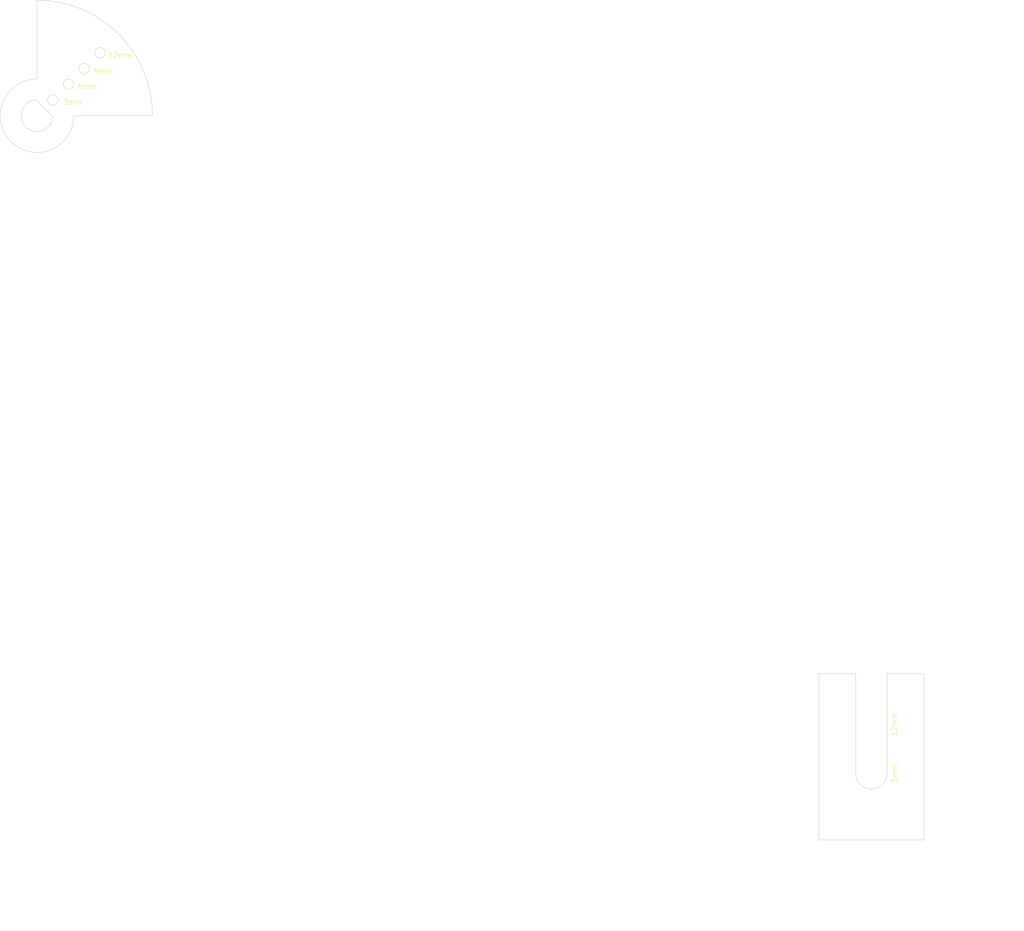
<source format=kicad_pcb>
(kicad_pcb
	(version 20240108)
	(generator "pcbnew")
	(generator_version "8.0")
	(general
		(thickness 1.6)
		(legacy_teardrops no)
	)
	(paper "A4")
	(layers
		(0 "F.Cu" signal)
		(31 "B.Cu" signal)
		(32 "B.Adhes" user "B.Adhesive")
		(33 "F.Adhes" user "F.Adhesive")
		(34 "B.Paste" user)
		(35 "F.Paste" user)
		(36 "B.SilkS" user "B.Silkscreen")
		(37 "F.SilkS" user "F.Silkscreen")
		(38 "B.Mask" user)
		(39 "F.Mask" user)
		(40 "Dwgs.User" user "User.Drawings")
		(41 "Cmts.User" user "User.Comments")
		(42 "Eco1.User" user "User.Eco1")
		(43 "Eco2.User" user "User.Eco2")
		(44 "Edge.Cuts" user)
		(45 "Margin" user)
		(46 "B.CrtYd" user "B.Courtyard")
		(47 "F.CrtYd" user "F.Courtyard")
		(48 "B.Fab" user)
		(49 "F.Fab" user)
		(50 "User.1" user)
		(51 "User.2" user)
		(52 "User.3" user)
		(53 "User.4" user)
		(54 "User.5" user)
		(55 "User.6" user)
		(56 "User.7" user)
		(57 "User.8" user)
		(58 "User.9" user)
	)
	(setup
		(pad_to_mask_clearance 0)
		(allow_soldermask_bridges_in_footprints no)
		(pcbplotparams
			(layerselection 0x00010fc_ffffffff)
			(plot_on_all_layers_selection 0x0000000_00000000)
			(disableapertmacros no)
			(usegerberextensions no)
			(usegerberattributes yes)
			(usegerberadvancedattributes yes)
			(creategerberjobfile yes)
			(dashed_line_dash_ratio 12.000000)
			(dashed_line_gap_ratio 3.000000)
			(svgprecision 4)
			(plotframeref no)
			(viasonmask no)
			(mode 1)
			(useauxorigin no)
			(hpglpennumber 1)
			(hpglpenspeed 20)
			(hpglpendiameter 15.000000)
			(pdf_front_fp_property_popups yes)
			(pdf_back_fp_property_popups yes)
			(dxfpolygonmode yes)
			(dxfimperialunits yes)
			(dxfusepcbnewfont yes)
			(psnegative no)
			(psa4output no)
			(plotreference yes)
			(plotvalue yes)
			(plotfptext yes)
			(plotinvisibletext no)
			(sketchpadsonfab no)
			(subtractmaskfromsilk no)
			(outputformat 1)
			(mirror no)
			(drillshape 1)
			(scaleselection 1)
			(outputdirectory "")
		)
	)
	(net 0 "")
	(gr_line
		(start 76.742078 56.57)
		(end 76.742079 59.750001)
		(stroke
			(width 0.1)
			(type default)
		)
		(layer "B.Paste")
		(uuid "1656067d-cade-422b-8ba0-09a9618eb39e")
	)
	(gr_line
		(start 82.25 56.57)
		(end 79.496039 54.98)
		(stroke
			(width 0.1)
			(type default)
		)
		(layer "B.Paste")
		(uuid "3ffe7792-04bc-4419-89b4-23c45ba8b83d")
	)
	(gr_line
		(start 79.496039 54.98)
		(end 76.742078 56.57)
		(stroke
			(width 0.1)
			(type default)
		)
		(layer "B.Paste")
		(uuid "d20e5856-4f9c-4a61-9f75-3148e5142580")
	)
	(gr_line
		(start 76.742077 59.75)
		(end 79.496038 61.340001)
		(stroke
			(width 0.1)
			(type default)
		)
		(layer "B.Paste")
		(uuid "d750110d-e15a-4160-98e2-7d164eda39d8")
	)
	(gr_line
		(start 82.25 59.75)
		(end 82.25 56.57)
		(stroke
			(width 0.1)
			(type default)
		)
		(layer "B.Paste")
		(uuid "e651ae8b-c557-460a-a0ec-50ea1d0487c4")
	)
	(gr_line
		(start 79.496038 61.340001)
		(end 82.25 59.75)
		(stroke
			(width 0.1)
			(type default)
		)
		(layer "B.Paste")
		(uuid "faf45376-0316-4976-a799-61fee2705bcd")
	)
	(gr_circle
		(center 79.5 58.16)
		(end 78 58.16)
		(stroke
			(width 0.1)
			(type default)
		)
		(fill none)
		(layer "Dwgs.User")
		(uuid "2fe83ed7-4dcf-4cce-8cb8-ab6a554f58ff")
	)
	(gr_rect
		(start 84.5 54.16)
		(end 85.5 55.66)
		(stroke
			(width 0.1)
			(type default)
		)
		(fill none)
		(layer "Dwgs.User")
		(uuid "6b361507-5235-4492-bfa2-1d0c58502361")
	)
	(gr_rect
		(start 83 72.66)
		(end 85.5 74.16)
		(stroke
			(width 0.1)
			(type default)
		)
		(fill none)
		(layer "Dwgs.User")
		(uuid "7036d80c-0ca1-4d9b-b368-8bc993fb348a")
	)
	(gr_rect
		(start 85.5 50.66)
		(end 94 59.16)
		(stroke
			(width 0.1)
			(type default)
		)
		(fill none)
		(layer "Dwgs.User")
		(uuid "99e74dff-dfc9-4329-945b-2b4c9b5f80bc")
	)
	(gr_rect
		(start 85.5 69.16)
		(end 94 77.66)
		(stroke
			(width 0.1)
			(type default)
		)
		(fill none)
		(layer "Dwgs.User")
		(uuid "bac8f438-d3aa-4f32-a564-178d0de0acac")
	)
	(gr_arc
		(start 80.619999 63.160001)
		(mid 79.496653 65.661461)
		(end 78.38447 63.155018)
		(stroke
			(width 0.05)
			(type default)
		)
		(layer "Dwgs.User")
		(uuid "c4981e71-842c-44dd-b143-56ff00d79a24")
	)
	(gr_line
		(start 79.5 63.159999)
		(end 78.39 63.16)
		(stroke
			(width 0.05)
			(type default)
		)
		(layer "Dwgs.User")
		(uuid "e72180cb-42d5-453e-bab6-291335685328")
	)
	(gr_line
		(start 79.5 63.159999)
		(end 80.62 63.16)
		(stroke
			(width 0.05)
			(type default)
		)
		(layer "Dwgs.User")
		(uuid "fd2dfbd2-43a9-4612-9ceb-ae97163a0230")
	)
	(gr_line
		(start 3.5 0)
		(end 11 0)
		(stroke
			(width 0.05)
			(type default)
		)
		(layer "Edge.Cuts")
		(uuid "04c2a692-e998-4e8a-a6e7-1a06c0c98232")
	)
	(gr_line
		(start 84.5 69)
		(end 84.5 53.16)
		(stroke
			(width 0.05)
			(type default)
		)
		(layer "Edge.Cuts")
		(uuid "11874faf-ca04-4303-8867-6a479ef5e450")
	)
	(gr_circle
		(center 4.5 -4.5)
		(end 5 -4.5)
		(stroke
			(width 0.05)
			(type default)
		)
		(fill none)
		(layer "Edge.Cuts")
		(uuid "19c50967-f837-49d1-8d3f-d905fa997a2c")
	)
	(gr_arc
		(start 0 -11)
		(mid 7.778175 -7.778175)
		(end 11 0)
		(stroke
			(width 0.05)
			(type default)
		)
		(layer "Edge.Cuts")
		(uuid "1afe83a3-4f2e-453b-81e6-8f329f78618f")
	)
	(gr_arc
		(start 81 62.66)
		(mid 79.5 64.16)
		(end 78 62.66)
		(stroke
			(width 0.05)
			(type default)
		)
		(layer "Edge.Cuts")
		(uuid "2929b3ed-5340-42e9-a828-fa88e26c78dc")
	)
	(gr_line
		(start 74.5 69)
		(end 74.5 53.16)
		(stroke
			(width 0.05)
			(type default)
		)
		(layer "Edge.Cuts")
		(uuid "32dfbc51-85f2-41dd-9138-e9793b9b7ed8")
	)
	(gr_arc
		(start 3.5 0)
		(mid -2.474874 2.474874)
		(end 0 -3.5)
		(stroke
			(width 0.05)
			(type default)
		)
		(layer "Edge.Cuts")
		(uuid "32e6543e-fc44-43c6-b13b-aaa2036e19b1")
	)
	(gr_line
		(start 0 -3.5)
		(end 0 -11)
		(stroke
			(width 0.05)
			(type default)
		)
		(layer "Edge.Cuts")
		(uuid "5c012a6a-882e-4a43-a965-c8774e97f474")
	)
	(gr_circle
		(center 1.5 -1.5)
		(end 2 -1.5)
		(stroke
			(width 0.05)
			(type default)
		)
		(fill none)
		(layer "Edge.Cuts")
		(uuid "6bb76981-5167-4c15-b6f2-10054089fdab")
	)
	(gr_circle
		(center 3 -3)
		(end 3.5 -3)
		(stroke
			(width 0.05)
			(type default)
		)
		(fill none)
		(layer "Edge.Cuts")
		(uuid "7b704fdb-189a-42a4-8574-f34b4ca8a5be")
	)
	(gr_line
		(start 84.5 69)
		(end 74.5 69)
		(stroke
			(width 0.05)
			(type default)
		)
		(layer "Edge.Cuts")
		(uuid "80ba725b-6b55-4b4c-8cf6-7de96bdded20")
	)
	(gr_circle
		(center 6 -6)
		(end 6.5 -6)
		(stroke
			(width 0.05)
			(type default)
		)
		(fill none)
		(layer "Edge.Cuts")
		(uuid "82046c2b-5f73-412c-bf6c-1e69dca3b5bc")
	)
	(gr_line
		(start 81 53.16)
		(end 84.5 53.16)
		(stroke
			(width 0.05)
			(type default)
		)
		(layer "Edge.Cuts")
		(uuid "87036f24-c5f9-4fd6-916d-c23d0a746eca")
	)
	(gr_line
		(start 78 53.16)
		(end 74.5 53.16)
		(stroke
			(width 0.05)
			(type default)
		)
		(layer "Edge.Cuts")
		(uuid "a00ac22a-2299-460a-afe6-fb3f91744fc0")
	)
	(gr_line
		(start 0.707107 -0.707107)
		(end 1.499066 0.084853)
		(stroke
			(width 0.05)
			(type default)
		)
		(layer "Edge.Cuts")
		(uuid "a3ba4646-22b2-4a66-bed5-d8f5760c0188")
	)
	(gr_line
		(start 81 53.16)
		(end 81 62.66)
		(stroke
			(width 0.05)
			(type default)
		)
		(layer "Edge.Cuts")
		(uuid "d329da17-1e14-4d2b-97cb-904c144be11c")
	)
	(gr_arc
		(start 1.499065 0.084853)
		(mid -1.06406 1.059327)
		(end -0.078169 -1.499428)
		(stroke
			(width 0.05)
			(type default)
		)
		(layer "Edge.Cuts")
		(uuid "de37ce7a-e02b-4788-b935-a76dd8812f2b")
	)
	(gr_line
		(start 78 62.66)
		(end 78 53.16)
		(stroke
			(width 0.05)
			(type default)
		)
		(layer "Edge.Cuts")
		(uuid "e1744c18-e6d5-4300-8069-a134f0f671a9")
	)
	(gr_line
		(start 0.707107 -0.707107)
		(end -0.077782 -1.491995)
		(stroke
			(width 0.05)
			(type default)
		)
		(layer "Edge.Cuts")
		(uuid "fa8526da-5660-4d41-bcb7-7936e62c77fd")
	)
	(gr_text "12mm"
		(at 6.731 -5.461 0)
		(layer "F.SilkS")
		(uuid "222c8ff5-f192-48ba-9664-e721e9f92b33")
		(effects
			(font
				(size 0.5 0.5)
				(thickness 0.075)
			)
			(justify left bottom)
		)
	)
	(gr_text "12mm"
		(at 82 59.16 90)
		(layer "F.SilkS")
		(uuid "42d00702-8bb0-4b47-b5ff-498ce1c42ca5")
		(effects
			(font
				(size 0.5 0.5)
				(thickness 0.075)
			)
			(justify left bottom)
		)
	)
	(gr_text "3mm"
		(at 2.413 -1 0)
		(layer "F.SilkS")
		(uuid "6f9cb60a-0ba5-46fe-94e8-62df8b86c0b5")
		(effects
			(font
				(size 0.5 0.5)
				(thickness 0.075)
			)
			(justify left bottom)
		)
	)
	(gr_text "6mm"
		(at 3.81 -2.5 0)
		(layer "F.SilkS")
		(uuid "9856f0a4-44fb-4831-bac1-bf4a40befeab")
		(effects
			(font
				(size 0.5 0.5)
				(thickness 0.075)
			)
			(justify left bottom)
		)
	)
	(gr_text "3mm"
		(at 82 63.66 90)
		(layer "F.SilkS")
		(uuid "aa62f655-ef37-4473-976b-e9d84da12f19")
		(effects
			(font
				(size 0.5 0.5)
				(thickness 0.075)
			)
			(justify left bottom)
		)
	)
	(gr_text "9mm"
		(at 5.334 -3.937 0)
		(layer "F.SilkS")
		(uuid "bdce8f97-0100-424c-9fa3-d38b8536f83b")
		(effects
			(font
				(size 0.5 0.5)
				(thickness 0.075)
			)
			(justify left bottom)
		)
	)
	(gr_text "schakelaar\n"
		(at 87.75 77.66 90)
		(layer "Dwgs.User")
		(uuid "5ec2ac3f-33b7-4532-a236-72e9344a8457")
		(effects
			(font
				(size 1 1)
				(thickness 0.15)
			)
			(justify left bottom)
		)
	)
	(gr_text "schakelaar\n"
		(at 87.75 59.16 90)
		(layer "Dwgs.User")
		(uuid "9935637a-c456-4381-b47d-b8e2c9b5e7da")
		(effects
			(font
				(size 1 1)
				(thickness 0.15)
			)
			(justify left bottom)
		)
	)
	(dimension
		(type aligned)
		(layer "B.Paste")
		(uuid "61b4a0e2-d095-46a7-804c-a2c0bd17a419")
		(pts
			(xy 82.25 56.32) (xy 76.742078 56.32)
		)
		(height 7.66)
		(gr_text "5,5 mm"
			(at 79.5 47.16 0)
			(layer "B.Paste")
			(uuid "61b4a0e2-d095-46a7-804c-a2c0bd17a419")
			(effects
				(font
					(size 1 1)
					(thickness 0.15)
				)
			)
		)
		(format
			(prefix "")
			(suffix "")
			(units 3)
			(units_format 1)
			(precision 1) suppress_zeroes)
		(style
			(thickness 0.1)
			(arrow_length 1.27)
			(text_position_mode 2)
			(extension_height 0.58642)
			(extension_offset 0.5) keep_text_aligned)
	)
	(dimension
		(type aligned)
		(layer "Dwgs.User")
		(uuid "36a05c73-236b-4666-beb7-1202b8829f65")
		(pts
			(xy 79.5 64.16) (xy 79.5 62.66)
		)
		(height -8.5)
		(gr_text "1,5 mm"
			(at 69.85 63.41 90)
			(layer "Dwgs.User")
			(uuid "36a05c73-236b-4666-beb7-1202b8829f65")
			(effects
				(font
					(size 1 1)
					(thickness 0.15)
				)
			)
		)
		(format
			(prefix "")
			(suffix "")
			(units 3)
			(units_format 1)
			(precision 1) suppress_zeroes)
		(style
			(thickness 0.1)
			(arrow_length 1.27)
			(text_position_mode 0)
			(extension_height 0.58642)
			(extension_offset 0.5) keep_text_aligned)
	)
	(dimension
		(type aligned)
		(layer "Dwgs.User")
		(uuid "41574094-01f9-47d9-86bf-0b43add2be48")
		(pts
			(xy 84.5 53.16) (xy 74.5 53.16)
		)
		(height 10.5)
		(gr_text "10 mm"
			(at 79.5 41.51 0)
			(layer "Dwgs.User")
			(uuid "41574094-01f9-47d9-86bf-0b43add2be48")
			(effects
				(font
					(size 1 1)
					(thickness 0.15)
				)
			)
		)
		(format
			(prefix "")
			(suffix "")
			(units 3)
			(units_format 1)
			(precision 1) suppress_zeroes)
		(style
			(thickness 0.1)
			(arrow_length 1.27)
			(text_position_mode 0)
			(extension_height 0.58642)
			(extension_offset 0.5) keep_text_aligned)
	)
	(dimension
		(type aligned)
		(layer "Dwgs.User")
		(uuid "8bfadb0a-0e29-4b2b-8f61-04198dbd5e0b")
		(pts
			(xy 81 53.16) (xy 78 53.16)
		)
		(height 1)
		(gr_text "3 mm"
			(at 79.5 50.66 0)
			(layer "Dwgs.User")
			(uuid "8bfadb0a-0e29-4b2b-8f61-04198dbd5e0b")
			(effects
				(font
					(size 1 1)
					(thickness 0.15)
				)
			)
		)
		(format
			(prefix "")
			(suffix "")
			(units 3)
			(units_format 1)
			(precision 1) suppress_zeroes)
		(style
			(thickness 0.1)
			(arrow_length 1.27)
			(text_position_mode 2)
			(extension_height 0.58642)
			(extension_offset 0.5) keep_text_aligned)
	)
	(group ""
		(uuid "99dbfbd8-4759-4e46-9439-e8ab0a156993")
		(members "1656067d-cade-422b-8ba0-09a9618eb39e" "3ffe7792-04bc-4419-89b4-23c45ba8b83d"
			"d20e5856-4f9c-4a61-9f75-3148e5142580" "d750110d-e15a-4160-98e2-7d164eda39d8"
			"e651ae8b-c557-460a-a0ec-50ea1d0487c4" "faf45376-0316-4976-a799-61fee2705bcd"
		)
	)
)

</source>
